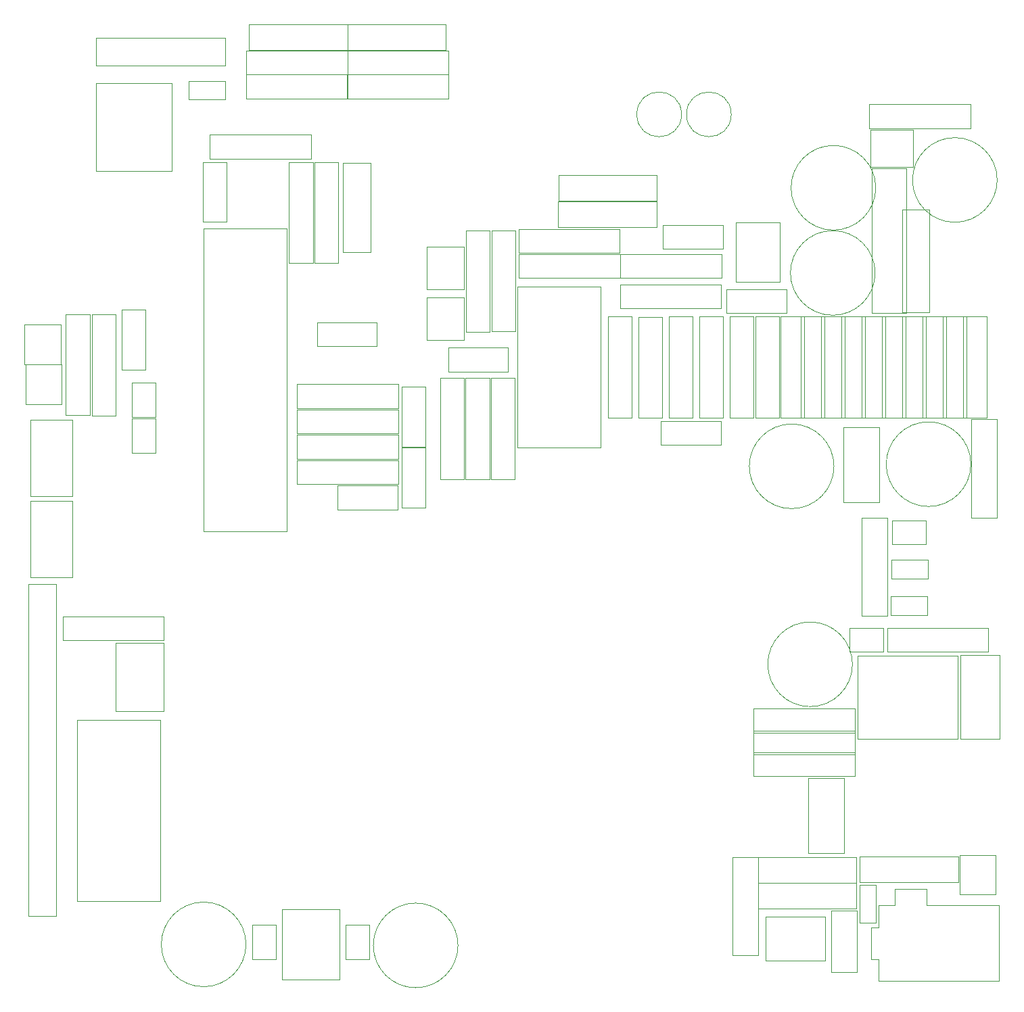
<source format=gbr>
G04 #@! TF.FileFunction,Other,User*
%FSLAX46Y46*%
G04 Gerber Fmt 4.6, Leading zero omitted, Abs format (unit mm)*
G04 Created by KiCad (PCBNEW 4.0.3-stable) date 04/08/17 14:38:16*
%MOMM*%
%LPD*%
G01*
G04 APERTURE LIST*
%ADD10C,0.100000*%
%ADD11C,0.050000*%
G04 APERTURE END LIST*
D10*
D11*
X73070000Y-51650000D02*
X73070000Y-59150000D01*
X73070000Y-59150000D02*
X70070000Y-59150000D01*
X70070000Y-59150000D02*
X70070000Y-51650000D01*
X70070000Y-51650000D02*
X73070000Y-51650000D01*
X59910000Y-77645000D02*
X59910000Y-70145000D01*
X59910000Y-70145000D02*
X62910000Y-70145000D01*
X62910000Y-70145000D02*
X62910000Y-77645000D01*
X62910000Y-77645000D02*
X59910000Y-77645000D01*
X86957000Y-92167000D02*
X94457000Y-92167000D01*
X94457000Y-92167000D02*
X94457000Y-95167000D01*
X94457000Y-95167000D02*
X86957000Y-95167000D01*
X86957000Y-95167000D02*
X86957000Y-92167000D01*
X94962000Y-94917000D02*
X94962000Y-87417000D01*
X94962000Y-87417000D02*
X97962000Y-87417000D01*
X97962000Y-87417000D02*
X97962000Y-94917000D01*
X97962000Y-94917000D02*
X94962000Y-94917000D01*
X94962000Y-87297000D02*
X94962000Y-79797000D01*
X94962000Y-79797000D02*
X97962000Y-79797000D01*
X97962000Y-79797000D02*
X97962000Y-87297000D01*
X97962000Y-87297000D02*
X94962000Y-87297000D01*
X91870000Y-74720000D02*
X84370000Y-74720000D01*
X84370000Y-74720000D02*
X84370000Y-71720000D01*
X84370000Y-71720000D02*
X91870000Y-71720000D01*
X91870000Y-71720000D02*
X91870000Y-74720000D01*
X100800000Y-74895000D02*
X108300000Y-74895000D01*
X108300000Y-74895000D02*
X108300000Y-77895000D01*
X108300000Y-77895000D02*
X100800000Y-77895000D01*
X100800000Y-77895000D02*
X100800000Y-74895000D01*
X135177000Y-62528000D02*
X127677000Y-62528000D01*
X127677000Y-62528000D02*
X127677000Y-59528000D01*
X127677000Y-59528000D02*
X135177000Y-59528000D01*
X135177000Y-59528000D02*
X135177000Y-62528000D01*
X135655000Y-67598000D02*
X143155000Y-67598000D01*
X143155000Y-67598000D02*
X143155000Y-70598000D01*
X143155000Y-70598000D02*
X135655000Y-70598000D01*
X135655000Y-70598000D02*
X135655000Y-67598000D01*
X127400000Y-84108000D02*
X134900000Y-84108000D01*
X134900000Y-84108000D02*
X134900000Y-87108000D01*
X134900000Y-87108000D02*
X127400000Y-87108000D01*
X127400000Y-87108000D02*
X127400000Y-84108000D01*
X148717200Y-153115000D02*
X151917200Y-153115000D01*
X151917200Y-153115000D02*
X151917200Y-145415000D01*
X151917200Y-145415000D02*
X148717200Y-145415000D01*
X148717200Y-145415000D02*
X148717200Y-153115000D01*
X156201400Y-106063400D02*
X156201400Y-108363400D01*
X156201400Y-108363400D02*
X160801400Y-108363400D01*
X160801400Y-108363400D02*
X160801400Y-106063400D01*
X160801400Y-106063400D02*
X156201400Y-106063400D01*
X156252200Y-101491400D02*
X156252200Y-103791400D01*
X156252200Y-103791400D02*
X160852200Y-103791400D01*
X160852200Y-103791400D02*
X160852200Y-101491400D01*
X160852200Y-101491400D02*
X156252200Y-101491400D01*
X164630000Y-141810000D02*
X164630000Y-138610000D01*
X164630000Y-138610000D02*
X152330000Y-138610000D01*
X152330000Y-138610000D02*
X152330000Y-141810000D01*
X152330000Y-141810000D02*
X164630000Y-141810000D01*
X139571600Y-138695600D02*
X136371600Y-138695600D01*
X136371600Y-138695600D02*
X136371600Y-150995600D01*
X136371600Y-150995600D02*
X139571600Y-150995600D01*
X139571600Y-150995600D02*
X139571600Y-138695600D01*
X139601600Y-138705600D02*
X139601600Y-141905600D01*
X139601600Y-141905600D02*
X151901600Y-141905600D01*
X151901600Y-141905600D02*
X151901600Y-138705600D01*
X151901600Y-138705600D02*
X139601600Y-138705600D01*
X151901600Y-145115600D02*
X151901600Y-141915600D01*
X151901600Y-141915600D02*
X139601600Y-141915600D01*
X139601600Y-141915600D02*
X139601600Y-145115600D01*
X139601600Y-145115600D02*
X151901600Y-145115600D01*
X152578000Y-108492000D02*
X155778000Y-108492000D01*
X155778000Y-108492000D02*
X155778000Y-96192000D01*
X155778000Y-96192000D02*
X152578000Y-96192000D01*
X152578000Y-96192000D02*
X152578000Y-108492000D01*
X114570800Y-56566000D02*
X114570800Y-59766000D01*
X114570800Y-59766000D02*
X126870800Y-59766000D01*
X126870800Y-59766000D02*
X126870800Y-56566000D01*
X126870800Y-56566000D02*
X114570800Y-56566000D01*
X114621600Y-53314800D02*
X114621600Y-56514800D01*
X114621600Y-56514800D02*
X126921600Y-56514800D01*
X126921600Y-56514800D02*
X126921600Y-53314800D01*
X126921600Y-53314800D02*
X114621600Y-53314800D01*
X88180200Y-34417200D02*
X88180200Y-37617200D01*
X88180200Y-37617200D02*
X100480200Y-37617200D01*
X100480200Y-37617200D02*
X100480200Y-34417200D01*
X100480200Y-34417200D02*
X88180200Y-34417200D01*
X75861200Y-34391800D02*
X75861200Y-37591800D01*
X75861200Y-37591800D02*
X88161200Y-37591800D01*
X88161200Y-37591800D02*
X88161200Y-34391800D01*
X88161200Y-34391800D02*
X75861200Y-34391800D01*
X68292000Y-41522000D02*
X68292000Y-43822000D01*
X68292000Y-43822000D02*
X72892000Y-43822000D01*
X72892000Y-43822000D02*
X72892000Y-41522000D01*
X72892000Y-41522000D02*
X68292000Y-41522000D01*
X157608800Y-70463400D02*
X161008800Y-70463400D01*
X161008800Y-70463400D02*
X161008800Y-57563400D01*
X161008800Y-57563400D02*
X157608800Y-57563400D01*
X157608800Y-57563400D02*
X157608800Y-70463400D01*
X154702000Y-153979000D02*
X154702000Y-154229000D01*
X154702000Y-154229000D02*
X169702000Y-154229000D01*
X154702000Y-153979000D02*
X154702000Y-151479000D01*
X154702000Y-151479000D02*
X153702000Y-151479000D01*
X153702000Y-151479000D02*
X153702000Y-147479000D01*
X153702000Y-147479000D02*
X154702000Y-147479000D01*
X154702000Y-147479000D02*
X154702000Y-144729000D01*
X154702000Y-144729000D02*
X156702000Y-144729000D01*
X156702000Y-144729000D02*
X156702000Y-142729000D01*
X156702000Y-142729000D02*
X160702000Y-142729000D01*
X160702000Y-142729000D02*
X160702000Y-144729000D01*
X160702000Y-144729000D02*
X169702000Y-144729000D01*
X169702000Y-144729000D02*
X169702000Y-154229000D01*
X164800000Y-143350000D02*
X169300000Y-143350000D01*
X169300000Y-143350000D02*
X169300000Y-138500000D01*
X169300000Y-138500000D02*
X164800000Y-138500000D01*
X164800000Y-138500000D02*
X164800000Y-143350000D01*
X169800000Y-113440000D02*
X164890000Y-113440000D01*
X164890000Y-113440000D02*
X164890000Y-123940000D01*
X164890000Y-123940000D02*
X169800000Y-123940000D01*
X169800000Y-123940000D02*
X169800000Y-113440000D01*
X148011600Y-151675600D02*
X148011600Y-146175600D01*
X140511600Y-151675600D02*
X140511600Y-146175600D01*
X148011600Y-151675600D02*
X140511600Y-151675600D01*
X148011600Y-146175600D02*
X140511600Y-146175600D01*
X122280000Y-66153000D02*
X109630000Y-66153000D01*
X122280000Y-63153000D02*
X122280000Y-66153000D01*
X109630000Y-66153000D02*
X109630000Y-63153000D01*
X122280000Y-63153000D02*
X109630000Y-63153000D01*
X139020000Y-125570000D02*
X151670000Y-125570000D01*
X139020000Y-128570000D02*
X139020000Y-125570000D01*
X151670000Y-125570000D02*
X151670000Y-128570000D01*
X139020000Y-128570000D02*
X151670000Y-128570000D01*
X152040000Y-123870000D02*
X164590000Y-123870000D01*
X152040000Y-113470000D02*
X164590000Y-113470000D01*
X152040000Y-123870000D02*
X152040000Y-113470000D01*
X164590000Y-123870000D02*
X164590000Y-113470000D01*
X142215000Y-71023000D02*
X142215000Y-83673000D01*
X139215000Y-71023000D02*
X142215000Y-71023000D01*
X142215000Y-83673000D02*
X139215000Y-83673000D01*
X139215000Y-71023000D02*
X139215000Y-83673000D01*
X139040000Y-71023000D02*
X139040000Y-83673000D01*
X136040000Y-71023000D02*
X139040000Y-71023000D01*
X139040000Y-83673000D02*
X136040000Y-83673000D01*
X136040000Y-71023000D02*
X136040000Y-83673000D01*
X151670000Y-123130000D02*
X139020000Y-123130000D01*
X151670000Y-120130000D02*
X151670000Y-123130000D01*
X139020000Y-123130000D02*
X139020000Y-120130000D01*
X151670000Y-120130000D02*
X139020000Y-120130000D01*
X139020000Y-122860000D02*
X151670000Y-122860000D01*
X139020000Y-125860000D02*
X139020000Y-122860000D01*
X151670000Y-122860000D02*
X151670000Y-125860000D01*
X139020000Y-125860000D02*
X151670000Y-125860000D01*
X94537000Y-88817000D02*
X81887000Y-88817000D01*
X94537000Y-85817000D02*
X94537000Y-88817000D01*
X81887000Y-88817000D02*
X81887000Y-85817000D01*
X94537000Y-85817000D02*
X81887000Y-85817000D01*
X168250000Y-71023000D02*
X168250000Y-83673000D01*
X165250000Y-71023000D02*
X168250000Y-71023000D01*
X168250000Y-83673000D02*
X165250000Y-83673000D01*
X165250000Y-71023000D02*
X165250000Y-83673000D01*
X165710000Y-71023000D02*
X165710000Y-83673000D01*
X162710000Y-71023000D02*
X165710000Y-71023000D01*
X165710000Y-83673000D02*
X162710000Y-83673000D01*
X162710000Y-71023000D02*
X162710000Y-83673000D01*
X163170000Y-71023000D02*
X163170000Y-83673000D01*
X160170000Y-71023000D02*
X163170000Y-71023000D01*
X163170000Y-83673000D02*
X160170000Y-83673000D01*
X160170000Y-71023000D02*
X160170000Y-83673000D01*
X160630000Y-71023000D02*
X160630000Y-83673000D01*
X157630000Y-71023000D02*
X160630000Y-71023000D01*
X160630000Y-83673000D02*
X157630000Y-83673000D01*
X157630000Y-71023000D02*
X157630000Y-83673000D01*
X158090000Y-71023000D02*
X158090000Y-83673000D01*
X155090000Y-71023000D02*
X158090000Y-71023000D01*
X158090000Y-83673000D02*
X155090000Y-83673000D01*
X155090000Y-71023000D02*
X155090000Y-83673000D01*
X155550000Y-71023000D02*
X155550000Y-83673000D01*
X152550000Y-71023000D02*
X155550000Y-71023000D01*
X155550000Y-83673000D02*
X152550000Y-83673000D01*
X152550000Y-71023000D02*
X152550000Y-83673000D01*
X153010000Y-71023000D02*
X153010000Y-83673000D01*
X150010000Y-71023000D02*
X153010000Y-71023000D01*
X153010000Y-83673000D02*
X150010000Y-83673000D01*
X150010000Y-71023000D02*
X150010000Y-83673000D01*
X150470000Y-71023000D02*
X150470000Y-83673000D01*
X147470000Y-71023000D02*
X150470000Y-71023000D01*
X150470000Y-83673000D02*
X147470000Y-83673000D01*
X147470000Y-71023000D02*
X147470000Y-83673000D01*
X147930000Y-71023000D02*
X147930000Y-83673000D01*
X144930000Y-71023000D02*
X147930000Y-71023000D01*
X147930000Y-83673000D02*
X144930000Y-83673000D01*
X144930000Y-71023000D02*
X144930000Y-83673000D01*
X145390000Y-71023000D02*
X145390000Y-83673000D01*
X142390000Y-71023000D02*
X145390000Y-71023000D01*
X145390000Y-83673000D02*
X142390000Y-83673000D01*
X142390000Y-71023000D02*
X142390000Y-83673000D01*
X94537000Y-85642000D02*
X81887000Y-85642000D01*
X94537000Y-82642000D02*
X94537000Y-85642000D01*
X81887000Y-85642000D02*
X81887000Y-82642000D01*
X94537000Y-82642000D02*
X81887000Y-82642000D01*
X94537000Y-82467000D02*
X81887000Y-82467000D01*
X94537000Y-79467000D02*
X94537000Y-82467000D01*
X81887000Y-82467000D02*
X81887000Y-79467000D01*
X94537000Y-79467000D02*
X81887000Y-79467000D01*
X123800000Y-71023000D02*
X123800000Y-83673000D01*
X120800000Y-71023000D02*
X123800000Y-71023000D01*
X123800000Y-83673000D02*
X120800000Y-83673000D01*
X120800000Y-71023000D02*
X120800000Y-83673000D01*
X151390000Y-114554000D02*
G75*
G03X151390000Y-114554000I-5300000J0D01*
G01*
X135230000Y-71023000D02*
X135230000Y-83673000D01*
X132230000Y-71023000D02*
X135230000Y-71023000D01*
X135230000Y-83673000D02*
X132230000Y-83673000D01*
X132230000Y-71023000D02*
X132230000Y-83673000D01*
X102730000Y-67635000D02*
X98130000Y-67635000D01*
X102730000Y-67635000D02*
X102730000Y-62285000D01*
X98130000Y-67635000D02*
X98130000Y-62285000D01*
X102730000Y-62285000D02*
X98130000Y-62285000D01*
X102730000Y-73985000D02*
X98130000Y-73985000D01*
X102730000Y-73985000D02*
X102730000Y-68635000D01*
X98130000Y-73985000D02*
X98130000Y-68635000D01*
X102730000Y-68635000D02*
X98130000Y-68635000D01*
X103020000Y-72888000D02*
X103020000Y-60238000D01*
X106020000Y-72888000D02*
X103020000Y-72888000D01*
X103020000Y-60238000D02*
X106020000Y-60238000D01*
X106020000Y-72888000D02*
X106020000Y-60238000D01*
X94537000Y-91992000D02*
X81887000Y-91992000D01*
X94537000Y-88992000D02*
X94537000Y-91992000D01*
X81887000Y-91992000D02*
X81887000Y-88992000D01*
X94537000Y-88992000D02*
X81887000Y-88992000D01*
X122320000Y-66963000D02*
X134970000Y-66963000D01*
X122320000Y-69963000D02*
X122320000Y-66963000D01*
X134970000Y-66963000D02*
X134970000Y-69963000D01*
X122320000Y-69963000D02*
X134970000Y-69963000D01*
X134980000Y-66153000D02*
X122330000Y-66153000D01*
X134980000Y-63153000D02*
X134980000Y-66153000D01*
X122330000Y-66153000D02*
X122330000Y-63153000D01*
X134980000Y-63153000D02*
X122330000Y-63153000D01*
X109138000Y-78701000D02*
X109138000Y-91351000D01*
X106138000Y-78701000D02*
X109138000Y-78701000D01*
X109138000Y-91351000D02*
X106138000Y-91351000D01*
X106138000Y-78701000D02*
X106138000Y-91351000D01*
X124610000Y-83683000D02*
X124610000Y-71033000D01*
X127610000Y-83683000D02*
X124610000Y-83683000D01*
X124610000Y-71033000D02*
X127610000Y-71033000D01*
X127610000Y-83683000D02*
X127610000Y-71033000D01*
X131420000Y-71023000D02*
X131420000Y-83673000D01*
X128420000Y-71023000D02*
X131420000Y-71023000D01*
X131420000Y-83673000D02*
X128420000Y-83673000D01*
X128420000Y-71023000D02*
X128420000Y-83673000D01*
X102963000Y-91361000D02*
X102963000Y-78711000D01*
X105963000Y-91361000D02*
X102963000Y-91361000D01*
X102963000Y-78711000D02*
X105963000Y-78711000D01*
X105963000Y-91361000D02*
X105963000Y-78711000D01*
X109195000Y-60228000D02*
X109195000Y-72878000D01*
X106195000Y-60228000D02*
X109195000Y-60228000D01*
X109195000Y-72878000D02*
X106195000Y-72878000D01*
X106195000Y-60228000D02*
X106195000Y-72878000D01*
X102788000Y-78701000D02*
X102788000Y-91351000D01*
X99788000Y-78701000D02*
X102788000Y-78701000D01*
X102788000Y-91351000D02*
X99788000Y-91351000D01*
X99788000Y-78701000D02*
X99788000Y-91351000D01*
X109595600Y-60018800D02*
X122245600Y-60018800D01*
X109595600Y-63018800D02*
X109595600Y-60018800D01*
X122245600Y-60018800D02*
X122245600Y-63018800D01*
X109595600Y-63018800D02*
X122245600Y-63018800D01*
X166165000Y-47415000D02*
X153515000Y-47415000D01*
X166165000Y-44415000D02*
X166165000Y-47415000D01*
X153515000Y-47415000D02*
X153515000Y-44415000D01*
X166165000Y-44415000D02*
X153515000Y-44415000D01*
X75508800Y-37666800D02*
X88158800Y-37666800D01*
X75508800Y-40666800D02*
X75508800Y-37666800D01*
X88158800Y-37666800D02*
X88158800Y-40666800D01*
X75508800Y-40666800D02*
X88158800Y-40666800D01*
X88158000Y-40689400D02*
X100808000Y-40689400D01*
X88158000Y-43689400D02*
X88158000Y-40689400D01*
X100808000Y-40689400D02*
X100808000Y-43689400D01*
X88158000Y-43689400D02*
X100808000Y-43689400D01*
X156326000Y-96544000D02*
X160626000Y-96544000D01*
X160626000Y-96544000D02*
X160626000Y-99544000D01*
X160626000Y-99544000D02*
X156326000Y-99544000D01*
X156326000Y-99544000D02*
X156326000Y-96544000D01*
X154310000Y-54874000D02*
G75*
G03X154310000Y-54874000I-5300000J0D01*
G01*
X64180000Y-79305000D02*
X64180000Y-83605000D01*
X64180000Y-83605000D02*
X61180000Y-83605000D01*
X61180000Y-83605000D02*
X61180000Y-79305000D01*
X61180000Y-79305000D02*
X64180000Y-79305000D01*
X52360000Y-81960000D02*
X52360000Y-76960000D01*
X52360000Y-76960000D02*
X47860000Y-76960000D01*
X47860000Y-76960000D02*
X47860000Y-81960000D01*
X47860000Y-81960000D02*
X52360000Y-81960000D01*
X100818000Y-40692200D02*
X88168000Y-40692200D01*
X100818000Y-37692200D02*
X100818000Y-40692200D01*
X88168000Y-40692200D02*
X88168000Y-37692200D01*
X100818000Y-37692200D02*
X88168000Y-37692200D01*
X75508800Y-40689400D02*
X88158800Y-40689400D01*
X75508800Y-43689400D02*
X75508800Y-40689400D01*
X88158800Y-40689400D02*
X88158800Y-43689400D01*
X75508800Y-43689400D02*
X88158800Y-43689400D01*
X52925000Y-83360000D02*
X52925000Y-70710000D01*
X55925000Y-83360000D02*
X52925000Y-83360000D01*
X52925000Y-70710000D02*
X55925000Y-70710000D01*
X55925000Y-83360000D02*
X55925000Y-70710000D01*
X168382000Y-113006000D02*
X155732000Y-113006000D01*
X168382000Y-110006000D02*
X168382000Y-113006000D01*
X155732000Y-113006000D02*
X155732000Y-110006000D01*
X168382000Y-110006000D02*
X155732000Y-110006000D01*
X84040000Y-64310000D02*
X84040000Y-51660000D01*
X87040000Y-64310000D02*
X84040000Y-64310000D01*
X84040000Y-51660000D02*
X87040000Y-51660000D01*
X87040000Y-64310000D02*
X87040000Y-51660000D01*
X80865000Y-64310000D02*
X80865000Y-51660000D01*
X83865000Y-64310000D02*
X80865000Y-64310000D01*
X80865000Y-51660000D02*
X83865000Y-51660000D01*
X83865000Y-64310000D02*
X83865000Y-51660000D01*
X52540000Y-108550000D02*
X65190000Y-108550000D01*
X52540000Y-111550000D02*
X52540000Y-108550000D01*
X65190000Y-108550000D02*
X65190000Y-111550000D01*
X52540000Y-111550000D02*
X65190000Y-111550000D01*
X70170000Y-59975000D02*
X70170000Y-97925000D01*
X80570000Y-59975000D02*
X80570000Y-97925000D01*
X70170000Y-59975000D02*
X80570000Y-59975000D01*
X70170000Y-97925000D02*
X80570000Y-97925000D01*
X48480000Y-103660000D02*
X48480000Y-94110000D01*
X48480000Y-94110000D02*
X53780000Y-94110000D01*
X53780000Y-94110000D02*
X53780000Y-103660000D01*
X53780000Y-103660000D02*
X48480000Y-103660000D01*
X72870000Y-36096000D02*
X56670000Y-36096000D01*
X72870000Y-39596000D02*
X56670000Y-39596000D01*
X72870000Y-36096000D02*
X72870000Y-39596000D01*
X56670000Y-36096000D02*
X56670000Y-39596000D01*
X70955000Y-48225000D02*
X83605000Y-48225000D01*
X70955000Y-51225000D02*
X70955000Y-48225000D01*
X83605000Y-48225000D02*
X83605000Y-51225000D01*
X70955000Y-51225000D02*
X83605000Y-51225000D01*
X149080000Y-89760000D02*
G75*
G03X149080000Y-89760000I-5300000J0D01*
G01*
X150992000Y-110006000D02*
X155292000Y-110006000D01*
X155292000Y-110006000D02*
X155292000Y-113006000D01*
X155292000Y-113006000D02*
X150992000Y-113006000D01*
X150992000Y-113006000D02*
X150992000Y-110006000D01*
X154230000Y-65542000D02*
G75*
G03X154230000Y-65542000I-5300000J0D01*
G01*
X169510000Y-53898000D02*
G75*
G03X169510000Y-53898000I-5300000J0D01*
G01*
X166220000Y-89490000D02*
G75*
G03X166220000Y-89490000I-5300000J0D01*
G01*
X64180000Y-83750000D02*
X64180000Y-88050000D01*
X64180000Y-88050000D02*
X61180000Y-88050000D01*
X61180000Y-88050000D02*
X61180000Y-83750000D01*
X61180000Y-83750000D02*
X64180000Y-83750000D01*
X154750000Y-84880000D02*
X154750000Y-94280000D01*
X154750000Y-94280000D02*
X150250000Y-94280000D01*
X150250000Y-94280000D02*
X150250000Y-84880000D01*
X150250000Y-84880000D02*
X154750000Y-84880000D01*
X47760000Y-71960000D02*
X47760000Y-76960000D01*
X47760000Y-76960000D02*
X52260000Y-76960000D01*
X52260000Y-76960000D02*
X52260000Y-71960000D01*
X52260000Y-71960000D02*
X47760000Y-71960000D01*
X59152000Y-111856000D02*
X59152000Y-120456000D01*
X65202000Y-111856000D02*
X65202000Y-120456000D01*
X59152000Y-111856000D02*
X65202000Y-111856000D01*
X59152000Y-120456000D02*
X65202000Y-120456000D01*
X87600000Y-51785000D02*
X87600000Y-62935000D01*
X91100000Y-51785000D02*
X91100000Y-62935000D01*
X87600000Y-51785000D02*
X91100000Y-51785000D01*
X87600000Y-62935000D02*
X91100000Y-62935000D01*
X51730000Y-146090000D02*
X51730000Y-104490000D01*
X48230000Y-146090000D02*
X48230000Y-104490000D01*
X51730000Y-146090000D02*
X48230000Y-146090000D01*
X51730000Y-104490000D02*
X48230000Y-104490000D01*
X48480000Y-93500000D02*
X48480000Y-83950000D01*
X48480000Y-83950000D02*
X53780000Y-83950000D01*
X53780000Y-83950000D02*
X53780000Y-93500000D01*
X53780000Y-93500000D02*
X48480000Y-93500000D01*
X142265000Y-59183000D02*
X136765000Y-59183000D01*
X142265000Y-66683000D02*
X136765000Y-66683000D01*
X142265000Y-59183000D02*
X142265000Y-66683000D01*
X136765000Y-59183000D02*
X136765000Y-66683000D01*
X119890000Y-87423000D02*
X119890000Y-67273000D01*
X109490000Y-87423000D02*
X109490000Y-67273000D01*
X119890000Y-87423000D02*
X109490000Y-87423000D01*
X119890000Y-67273000D02*
X109490000Y-67273000D01*
X153666000Y-52252000D02*
X153666000Y-47652000D01*
X153666000Y-52252000D02*
X159016000Y-52252000D01*
X153666000Y-47652000D02*
X159016000Y-47652000D01*
X159016000Y-52252000D02*
X159016000Y-47652000D01*
X64715000Y-144250000D02*
X64715000Y-121550000D01*
X54315000Y-144250000D02*
X54315000Y-121550000D01*
X64715000Y-144250000D02*
X54315000Y-144250000D01*
X64715000Y-121550000D02*
X54315000Y-121550000D01*
X56160000Y-83410000D02*
X56160000Y-70760000D01*
X59160000Y-83410000D02*
X56160000Y-83410000D01*
X56160000Y-70760000D02*
X59160000Y-70760000D01*
X59160000Y-83410000D02*
X59160000Y-70760000D01*
X102016000Y-149761000D02*
G75*
G03X102016000Y-149761000I-5300000J0D01*
G01*
X90908000Y-147182000D02*
X90908000Y-151482000D01*
X90908000Y-151482000D02*
X87908000Y-151482000D01*
X87908000Y-151482000D02*
X87908000Y-147182000D01*
X87908000Y-147182000D02*
X90908000Y-147182000D01*
X79224000Y-147182000D02*
X79224000Y-151482000D01*
X79224000Y-151482000D02*
X76224000Y-151482000D01*
X76224000Y-151482000D02*
X76224000Y-147182000D01*
X76224000Y-147182000D02*
X79224000Y-147182000D01*
X75473000Y-149634000D02*
G75*
G03X75473000Y-149634000I-5300000J0D01*
G01*
X136219000Y-45681000D02*
G75*
G03X136219000Y-45681000I-2800000J0D01*
G01*
X129996000Y-45681000D02*
G75*
G03X129996000Y-45681000I-2800000J0D01*
G01*
X87166000Y-154006000D02*
X87166000Y-145206000D01*
X79966000Y-154006000D02*
X87166000Y-154006000D01*
X79966000Y-145206000D02*
X79966000Y-154006000D01*
X87166000Y-145206000D02*
X79966000Y-145206000D01*
X56718000Y-41744000D02*
X56718000Y-52744000D01*
X66218000Y-41744000D02*
X66218000Y-52744000D01*
X56718000Y-41744000D02*
X66218000Y-41744000D01*
X56718000Y-52744000D02*
X66218000Y-52744000D01*
X154330000Y-142160000D02*
X154330000Y-146960000D01*
X152330000Y-142160000D02*
X152330000Y-146960000D01*
X154330000Y-142160000D02*
X152330000Y-142160000D01*
X154330000Y-146960000D02*
X152330000Y-146960000D01*
X158105000Y-52408000D02*
X153805000Y-52408000D01*
X153805000Y-52408000D02*
X153805000Y-70558000D01*
X153805000Y-70558000D02*
X158105000Y-70558000D01*
X158105000Y-70558000D02*
X158105000Y-52408000D01*
X150380000Y-128840000D02*
X150380000Y-138240000D01*
X150380000Y-138240000D02*
X145880000Y-138240000D01*
X145880000Y-138240000D02*
X145880000Y-128840000D01*
X145880000Y-128840000D02*
X150380000Y-128840000D01*
X169480000Y-83880000D02*
X166280000Y-83880000D01*
X166280000Y-83880000D02*
X166280000Y-96180000D01*
X166280000Y-96180000D02*
X169480000Y-96180000D01*
X169480000Y-96180000D02*
X169480000Y-83880000D01*
M02*

</source>
